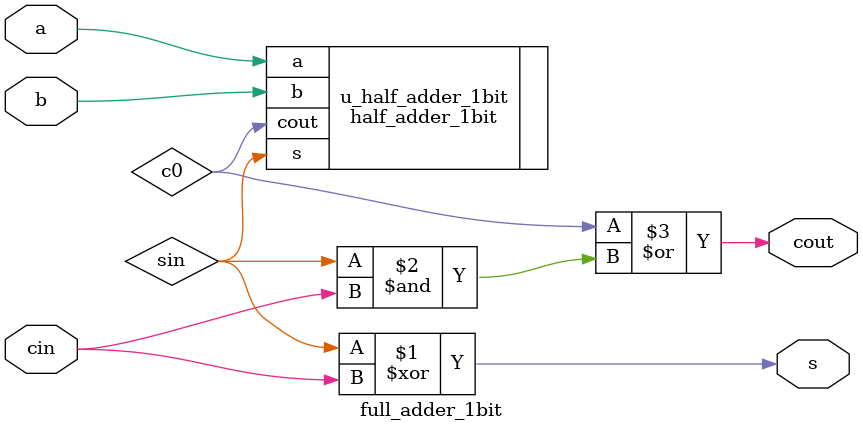
<source format=v>
`timescale 1ns/1ps

module full_adder_1bit(
  a,
  b,
  cin,
  s,
  cout
  );
  
  input a, b, cin;
  output s, cout;
  
  wire sin, c0;
  
  half_adder_1bit u_half_adder_1bit(
    .a(a),
    .b(b),
    .s(sin),
    .cout(c0)
    );
  
  assign s = sin ^ cin;
  assign cout = c0|(sin & cin);
  
endmodule

</source>
